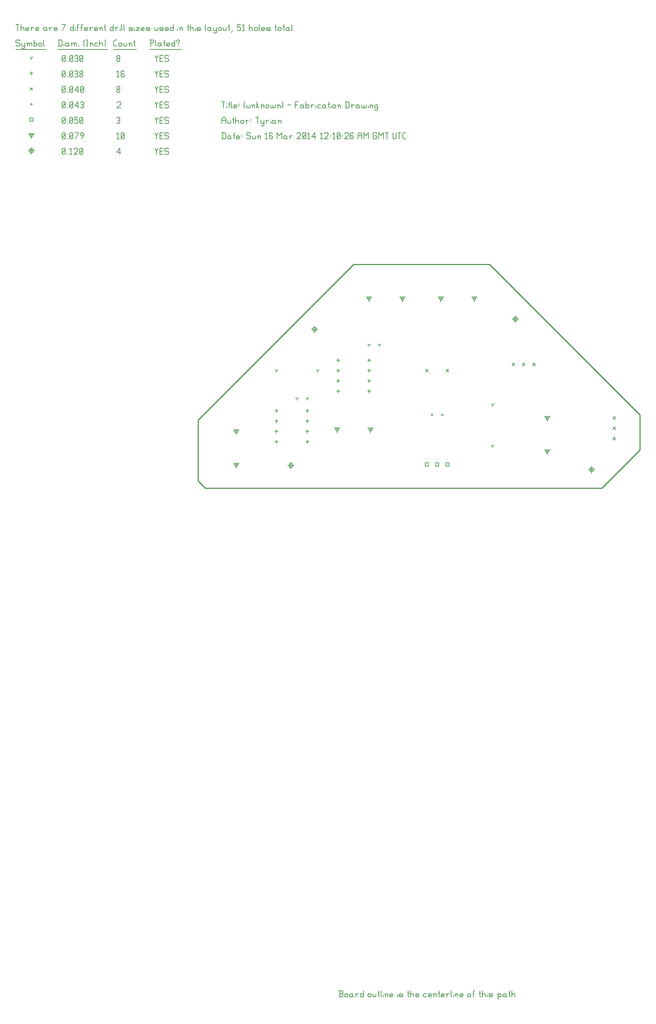
<source format=gbr>
G04 start of page 9 for group -3984 idx -3984 *
G04 Title: (unknown), fab *
G04 Creator: pcb 20110918 *
G04 CreationDate: Sun 16 Mar 2014 12:10:26 AM GMT UTC *
G04 For: tyrian *
G04 Format: Gerber/RS-274X *
G04 PCB-Dimensions: 800000 800000 *
G04 PCB-Coordinate-Origin: lower left *
%MOIN*%
%FSLAX25Y25*%
%LNFAB*%
%ADD68C,0.0100*%
%ADD67C,0.0075*%
%ADD66C,0.0060*%
%ADD65C,0.0080*%
G54D65*X559000Y505200D02*Y498800D01*
X555800Y502000D02*X562200D01*
X557400Y503600D02*X560600D01*
X557400D02*Y500400D01*
X560600D01*
Y503600D02*Y500400D01*
X267000Y509200D02*Y502800D01*
X263800Y506000D02*X270200D01*
X265400Y507600D02*X268600D01*
X265400D02*Y504400D01*
X268600D01*
Y507600D02*Y504400D01*
X485000Y651200D02*Y644800D01*
X481800Y648000D02*X488200D01*
X483400Y649600D02*X486600D01*
X483400D02*Y646400D01*
X486600D01*
Y649600D02*Y646400D01*
X290000Y641200D02*Y634800D01*
X286800Y638000D02*X293200D01*
X288400Y639600D02*X291600D01*
X288400D02*Y636400D01*
X291600D01*
Y639600D02*Y636400D01*
X15000Y814450D02*Y808050D01*
X11800Y811250D02*X18200D01*
X13400Y812850D02*X16600D01*
X13400D02*Y809650D01*
X16600D01*
Y812850D02*Y809650D01*
G54D66*X135000Y813500D02*X136500Y810500D01*
X138000Y813500D01*
X136500Y810500D02*Y807500D01*
X139800Y810800D02*X142050D01*
X139800Y807500D02*X142800D01*
X139800Y813500D02*Y807500D01*
Y813500D02*X142800D01*
X147600D02*X148350Y812750D01*
X145350Y813500D02*X147600D01*
X144600Y812750D02*X145350Y813500D01*
X144600Y812750D02*Y811250D01*
X145350Y810500D01*
X147600D01*
X148350Y809750D01*
Y808250D01*
X147600Y807500D02*X148350Y808250D01*
X145350Y807500D02*X147600D01*
X144600Y808250D02*X145350Y807500D01*
X98000Y809750D02*X101000Y813500D01*
X98000Y809750D02*X101750D01*
X101000Y813500D02*Y807500D01*
X45000Y808250D02*X45750Y807500D01*
X45000Y812750D02*Y808250D01*
Y812750D02*X45750Y813500D01*
X47250D01*
X48000Y812750D01*
Y808250D01*
X47250Y807500D02*X48000Y808250D01*
X45750Y807500D02*X47250D01*
X45000Y809000D02*X48000Y812000D01*
X49800Y807500D02*X50550D01*
X52350Y812300D02*X53550Y813500D01*
Y807500D01*
X52350D02*X54600D01*
X56400Y812750D02*X57150Y813500D01*
X59400D01*
X60150Y812750D01*
Y811250D01*
X56400Y807500D02*X60150Y811250D01*
X56400Y807500D02*X60150D01*
X61950Y808250D02*X62700Y807500D01*
X61950Y812750D02*Y808250D01*
Y812750D02*X62700Y813500D01*
X64200D01*
X64950Y812750D01*
Y808250D01*
X64200Y807500D02*X64950Y808250D01*
X62700Y807500D02*X64200D01*
X61950Y809000D02*X64950Y812000D01*
X342858Y668000D02*Y664800D01*
Y668000D02*X345631Y669600D01*
X342858Y668000D02*X340085Y669600D01*
X341258Y668000D02*G75*G03X344458Y668000I1600J0D01*G01*
G75*G03X341258Y668000I-1600J0D01*G01*
X375339D02*Y664800D01*
Y668000D02*X378112Y669600D01*
X375339Y668000D02*X372566Y669600D01*
X373739Y668000D02*G75*G03X376939Y668000I1600J0D01*G01*
G75*G03X373739Y668000I-1600J0D01*G01*
X516000Y552142D02*Y548942D01*
Y552142D02*X518773Y553742D01*
X516000Y552142D02*X513227Y553742D01*
X514400Y552142D02*G75*G03X517600Y552142I1600J0D01*G01*
G75*G03X514400Y552142I-1600J0D01*G01*
X516000Y519661D02*Y516461D01*
Y519661D02*X518773Y521261D01*
X516000Y519661D02*X513227Y521261D01*
X514400Y519661D02*G75*G03X517600Y519661I1600J0D01*G01*
G75*G03X514400Y519661I-1600J0D01*G01*
X311858Y541000D02*Y537800D01*
Y541000D02*X314631Y542600D01*
X311858Y541000D02*X309085Y542600D01*
X310258Y541000D02*G75*G03X313458Y541000I1600J0D01*G01*
G75*G03X310258Y541000I-1600J0D01*G01*
X344339D02*Y537800D01*
Y541000D02*X347112Y542600D01*
X344339Y541000D02*X341566Y542600D01*
X342739Y541000D02*G75*G03X345939Y541000I1600J0D01*G01*
G75*G03X342739Y541000I-1600J0D01*G01*
X214000Y539142D02*Y535942D01*
Y539142D02*X216773Y540742D01*
X214000Y539142D02*X211227Y540742D01*
X212400Y539142D02*G75*G03X215600Y539142I1600J0D01*G01*
G75*G03X212400Y539142I-1600J0D01*G01*
X214000Y506661D02*Y503461D01*
Y506661D02*X216773Y508261D01*
X214000Y506661D02*X211227Y508261D01*
X212400Y506661D02*G75*G03X215600Y506661I1600J0D01*G01*
G75*G03X212400Y506661I-1600J0D01*G01*
X445142Y668000D02*Y664800D01*
Y668000D02*X447915Y669600D01*
X445142Y668000D02*X442369Y669600D01*
X443542Y668000D02*G75*G03X446742Y668000I1600J0D01*G01*
G75*G03X443542Y668000I-1600J0D01*G01*
X412661D02*Y664800D01*
Y668000D02*X415434Y669600D01*
X412661Y668000D02*X409888Y669600D01*
X411061Y668000D02*G75*G03X414261Y668000I1600J0D01*G01*
G75*G03X411061Y668000I-1600J0D01*G01*
X15000Y826250D02*Y823050D01*
Y826250D02*X17773Y827850D01*
X15000Y826250D02*X12227Y827850D01*
X13400Y826250D02*G75*G03X16600Y826250I1600J0D01*G01*
G75*G03X13400Y826250I-1600J0D01*G01*
X135000Y828500D02*X136500Y825500D01*
X138000Y828500D01*
X136500Y825500D02*Y822500D01*
X139800Y825800D02*X142050D01*
X139800Y822500D02*X142800D01*
X139800Y828500D02*Y822500D01*
Y828500D02*X142800D01*
X147600D02*X148350Y827750D01*
X145350Y828500D02*X147600D01*
X144600Y827750D02*X145350Y828500D01*
X144600Y827750D02*Y826250D01*
X145350Y825500D01*
X147600D01*
X148350Y824750D01*
Y823250D01*
X147600Y822500D02*X148350Y823250D01*
X145350Y822500D02*X147600D01*
X144600Y823250D02*X145350Y822500D01*
X98000Y827300D02*X99200Y828500D01*
Y822500D01*
X98000D02*X100250D01*
X102050Y823250D02*X102800Y822500D01*
X102050Y827750D02*Y823250D01*
Y827750D02*X102800Y828500D01*
X104300D01*
X105050Y827750D01*
Y823250D01*
X104300Y822500D02*X105050Y823250D01*
X102800Y822500D02*X104300D01*
X102050Y824000D02*X105050Y827000D01*
X45000Y823250D02*X45750Y822500D01*
X45000Y827750D02*Y823250D01*
Y827750D02*X45750Y828500D01*
X47250D01*
X48000Y827750D01*
Y823250D01*
X47250Y822500D02*X48000Y823250D01*
X45750Y822500D02*X47250D01*
X45000Y824000D02*X48000Y827000D01*
X49800Y822500D02*X50550D01*
X52350Y823250D02*X53100Y822500D01*
X52350Y827750D02*Y823250D01*
Y827750D02*X53100Y828500D01*
X54600D01*
X55350Y827750D01*
Y823250D01*
X54600Y822500D02*X55350Y823250D01*
X53100Y822500D02*X54600D01*
X52350Y824000D02*X55350Y827000D01*
X57900Y822500D02*X60900Y828500D01*
X57150D02*X60900D01*
X63450Y822500D02*X65700Y825500D01*
Y827750D02*Y825500D01*
X64950Y828500D02*X65700Y827750D01*
X63450Y828500D02*X64950D01*
X62700Y827750D02*X63450Y828500D01*
X62700Y827750D02*Y826250D01*
X63450Y825500D01*
X65700D01*
X397400Y508600D02*X400600D01*
X397400D02*Y505400D01*
X400600D01*
Y508600D02*Y505400D01*
X407400Y508600D02*X410600D01*
X407400D02*Y505400D01*
X410600D01*
Y508600D02*Y505400D01*
X417400Y508600D02*X420600D01*
X417400D02*Y505400D01*
X420600D01*
Y508600D02*Y505400D01*
X13400Y842850D02*X16600D01*
X13400D02*Y839650D01*
X16600D01*
Y842850D02*Y839650D01*
X135000Y843500D02*X136500Y840500D01*
X138000Y843500D01*
X136500Y840500D02*Y837500D01*
X139800Y840800D02*X142050D01*
X139800Y837500D02*X142800D01*
X139800Y843500D02*Y837500D01*
Y843500D02*X142800D01*
X147600D02*X148350Y842750D01*
X145350Y843500D02*X147600D01*
X144600Y842750D02*X145350Y843500D01*
X144600Y842750D02*Y841250D01*
X145350Y840500D01*
X147600D01*
X148350Y839750D01*
Y838250D01*
X147600Y837500D02*X148350Y838250D01*
X145350Y837500D02*X147600D01*
X144600Y838250D02*X145350Y837500D01*
X98000Y842750D02*X98750Y843500D01*
X100250D01*
X101000Y842750D01*
X100250Y837500D02*X101000Y838250D01*
X98750Y837500D02*X100250D01*
X98000Y838250D02*X98750Y837500D01*
Y840800D02*X100250D01*
X101000Y842750D02*Y841550D01*
Y840050D02*Y838250D01*
Y840050D02*X100250Y840800D01*
X101000Y841550D02*X100250Y840800D01*
X45000Y838250D02*X45750Y837500D01*
X45000Y842750D02*Y838250D01*
Y842750D02*X45750Y843500D01*
X47250D01*
X48000Y842750D01*
Y838250D01*
X47250Y837500D02*X48000Y838250D01*
X45750Y837500D02*X47250D01*
X45000Y839000D02*X48000Y842000D01*
X49800Y837500D02*X50550D01*
X52350Y838250D02*X53100Y837500D01*
X52350Y842750D02*Y838250D01*
Y842750D02*X53100Y843500D01*
X54600D01*
X55350Y842750D01*
Y838250D01*
X54600Y837500D02*X55350Y838250D01*
X53100Y837500D02*X54600D01*
X52350Y839000D02*X55350Y842000D01*
X57150Y843500D02*X60150D01*
X57150D02*Y840500D01*
X57900Y841250D01*
X59400D01*
X60150Y840500D01*
Y838250D01*
X59400Y837500D02*X60150Y838250D01*
X57900Y837500D02*X59400D01*
X57150Y838250D02*X57900Y837500D01*
X61950Y838250D02*X62700Y837500D01*
X61950Y842750D02*Y838250D01*
Y842750D02*X62700Y843500D01*
X64200D01*
X64950Y842750D01*
Y838250D01*
X64200Y837500D02*X64950Y838250D01*
X62700Y837500D02*X64200D01*
X61950Y839000D02*X64950Y842000D01*
X413200Y555000D02*G75*G03X414800Y555000I800J0D01*G01*
G75*G03X413200Y555000I-800J0D01*G01*
X403200D02*G75*G03X404800Y555000I800J0D01*G01*
G75*G03X403200Y555000I-800J0D01*G01*
X14200Y856250D02*G75*G03X15800Y856250I800J0D01*G01*
G75*G03X14200Y856250I-800J0D01*G01*
X135000Y858500D02*X136500Y855500D01*
X138000Y858500D01*
X136500Y855500D02*Y852500D01*
X139800Y855800D02*X142050D01*
X139800Y852500D02*X142800D01*
X139800Y858500D02*Y852500D01*
Y858500D02*X142800D01*
X147600D02*X148350Y857750D01*
X145350Y858500D02*X147600D01*
X144600Y857750D02*X145350Y858500D01*
X144600Y857750D02*Y856250D01*
X145350Y855500D01*
X147600D01*
X148350Y854750D01*
Y853250D01*
X147600Y852500D02*X148350Y853250D01*
X145350Y852500D02*X147600D01*
X144600Y853250D02*X145350Y852500D01*
X98000Y857750D02*X98750Y858500D01*
X101000D01*
X101750Y857750D01*
Y856250D01*
X98000Y852500D02*X101750Y856250D01*
X98000Y852500D02*X101750D01*
X45000Y853250D02*X45750Y852500D01*
X45000Y857750D02*Y853250D01*
Y857750D02*X45750Y858500D01*
X47250D01*
X48000Y857750D01*
Y853250D01*
X47250Y852500D02*X48000Y853250D01*
X45750Y852500D02*X47250D01*
X45000Y854000D02*X48000Y857000D01*
X49800Y852500D02*X50550D01*
X52350Y853250D02*X53100Y852500D01*
X52350Y857750D02*Y853250D01*
Y857750D02*X53100Y858500D01*
X54600D01*
X55350Y857750D01*
Y853250D01*
X54600Y852500D02*X55350Y853250D01*
X53100Y852500D02*X54600D01*
X52350Y854000D02*X55350Y857000D01*
X57150Y854750D02*X60150Y858500D01*
X57150Y854750D02*X60900D01*
X60150Y858500D02*Y852500D01*
X62700Y857750D02*X63450Y858500D01*
X64950D01*
X65700Y857750D01*
X64950Y852500D02*X65700Y853250D01*
X63450Y852500D02*X64950D01*
X62700Y853250D02*X63450Y852500D01*
Y855800D02*X64950D01*
X65700Y857750D02*Y856550D01*
Y855050D02*Y853250D01*
Y855050D02*X64950Y855800D01*
X65700Y856550D02*X64950Y855800D01*
X501800Y605200D02*X504200Y602800D01*
X501800D02*X504200Y605200D01*
X491800D02*X494200Y602800D01*
X491800D02*X494200Y605200D01*
X481800D02*X484200Y602800D01*
X481800D02*X484200Y605200D01*
X579800Y533200D02*X582200Y530800D01*
X579800D02*X582200Y533200D01*
X579800Y543200D02*X582200Y540800D01*
X579800D02*X582200Y543200D01*
X579800Y553200D02*X582200Y550800D01*
X579800D02*X582200Y553200D01*
X417800Y599200D02*X420200Y596800D01*
X417800D02*X420200Y599200D01*
X397800D02*X400200Y596800D01*
X397800D02*X400200Y599200D01*
X13800Y872450D02*X16200Y870050D01*
X13800D02*X16200Y872450D01*
X135000Y873500D02*X136500Y870500D01*
X138000Y873500D01*
X136500Y870500D02*Y867500D01*
X139800Y870800D02*X142050D01*
X139800Y867500D02*X142800D01*
X139800Y873500D02*Y867500D01*
Y873500D02*X142800D01*
X147600D02*X148350Y872750D01*
X145350Y873500D02*X147600D01*
X144600Y872750D02*X145350Y873500D01*
X144600Y872750D02*Y871250D01*
X145350Y870500D01*
X147600D01*
X148350Y869750D01*
Y868250D01*
X147600Y867500D02*X148350Y868250D01*
X145350Y867500D02*X147600D01*
X144600Y868250D02*X145350Y867500D01*
X98000Y868250D02*X98750Y867500D01*
X98000Y869450D02*Y868250D01*
Y869450D02*X99050Y870500D01*
X99950D01*
X101000Y869450D01*
Y868250D01*
X100250Y867500D02*X101000Y868250D01*
X98750Y867500D02*X100250D01*
X98000Y871550D02*X99050Y870500D01*
X98000Y872750D02*Y871550D01*
Y872750D02*X98750Y873500D01*
X100250D01*
X101000Y872750D01*
Y871550D01*
X99950Y870500D02*X101000Y871550D01*
X45000Y868250D02*X45750Y867500D01*
X45000Y872750D02*Y868250D01*
Y872750D02*X45750Y873500D01*
X47250D01*
X48000Y872750D01*
Y868250D01*
X47250Y867500D02*X48000Y868250D01*
X45750Y867500D02*X47250D01*
X45000Y869000D02*X48000Y872000D01*
X49800Y867500D02*X50550D01*
X52350Y868250D02*X53100Y867500D01*
X52350Y872750D02*Y868250D01*
Y872750D02*X53100Y873500D01*
X54600D01*
X55350Y872750D01*
Y868250D01*
X54600Y867500D02*X55350Y868250D01*
X53100Y867500D02*X54600D01*
X52350Y869000D02*X55350Y872000D01*
X57150Y869750D02*X60150Y873500D01*
X57150Y869750D02*X60900D01*
X60150Y873500D02*Y867500D01*
X62700Y868250D02*X63450Y867500D01*
X62700Y872750D02*Y868250D01*
Y872750D02*X63450Y873500D01*
X64950D01*
X65700Y872750D01*
Y868250D01*
X64950Y867500D02*X65700Y868250D01*
X63450Y867500D02*X64950D01*
X62700Y869000D02*X65700Y872000D01*
X313000Y609600D02*Y606400D01*
X311400Y608000D02*X314600D01*
X313000Y599600D02*Y596400D01*
X311400Y598000D02*X314600D01*
X313000Y589600D02*Y586400D01*
X311400Y588000D02*X314600D01*
X313000Y579600D02*Y576400D01*
X311400Y578000D02*X314600D01*
X343000Y579600D02*Y576400D01*
X341400Y578000D02*X344600D01*
X343000Y589600D02*Y586400D01*
X341400Y588000D02*X344600D01*
X343000Y599600D02*Y596400D01*
X341400Y598000D02*X344600D01*
X343000Y609600D02*Y606400D01*
X341400Y608000D02*X344600D01*
X253000Y560600D02*Y557400D01*
X251400Y559000D02*X254600D01*
X253000Y550600D02*Y547400D01*
X251400Y549000D02*X254600D01*
X253000Y540600D02*Y537400D01*
X251400Y539000D02*X254600D01*
X253000Y530600D02*Y527400D01*
X251400Y529000D02*X254600D01*
X283000Y530600D02*Y527400D01*
X281400Y529000D02*X284600D01*
X283000Y540600D02*Y537400D01*
X281400Y539000D02*X284600D01*
X283000Y550600D02*Y547400D01*
X281400Y549000D02*X284600D01*
X283000Y560600D02*Y557400D01*
X281400Y559000D02*X284600D01*
X15000Y887850D02*Y884650D01*
X13400Y886250D02*X16600D01*
X135000Y888500D02*X136500Y885500D01*
X138000Y888500D01*
X136500Y885500D02*Y882500D01*
X139800Y885800D02*X142050D01*
X139800Y882500D02*X142800D01*
X139800Y888500D02*Y882500D01*
Y888500D02*X142800D01*
X147600D02*X148350Y887750D01*
X145350Y888500D02*X147600D01*
X144600Y887750D02*X145350Y888500D01*
X144600Y887750D02*Y886250D01*
X145350Y885500D01*
X147600D01*
X148350Y884750D01*
Y883250D01*
X147600Y882500D02*X148350Y883250D01*
X145350Y882500D02*X147600D01*
X144600Y883250D02*X145350Y882500D01*
X98000Y887300D02*X99200Y888500D01*
Y882500D01*
X98000D02*X100250D01*
X104300Y888500D02*X105050Y887750D01*
X102800Y888500D02*X104300D01*
X102050Y887750D02*X102800Y888500D01*
X102050Y887750D02*Y883250D01*
X102800Y882500D01*
X104300Y885800D02*X105050Y885050D01*
X102050Y885800D02*X104300D01*
X102800Y882500D02*X104300D01*
X105050Y883250D01*
Y885050D02*Y883250D01*
X45000D02*X45750Y882500D01*
X45000Y887750D02*Y883250D01*
Y887750D02*X45750Y888500D01*
X47250D01*
X48000Y887750D01*
Y883250D01*
X47250Y882500D02*X48000Y883250D01*
X45750Y882500D02*X47250D01*
X45000Y884000D02*X48000Y887000D01*
X49800Y882500D02*X50550D01*
X52350Y883250D02*X53100Y882500D01*
X52350Y887750D02*Y883250D01*
Y887750D02*X53100Y888500D01*
X54600D01*
X55350Y887750D01*
Y883250D01*
X54600Y882500D02*X55350Y883250D01*
X53100Y882500D02*X54600D01*
X52350Y884000D02*X55350Y887000D01*
X57150Y887750D02*X57900Y888500D01*
X59400D01*
X60150Y887750D01*
X59400Y882500D02*X60150Y883250D01*
X57900Y882500D02*X59400D01*
X57150Y883250D02*X57900Y882500D01*
Y885800D02*X59400D01*
X60150Y887750D02*Y886550D01*
Y885050D02*Y883250D01*
Y885050D02*X59400Y885800D01*
X60150Y886550D02*X59400Y885800D01*
X61950Y883250D02*X62700Y882500D01*
X61950Y884450D02*Y883250D01*
Y884450D02*X63000Y885500D01*
X63900D01*
X64950Y884450D01*
Y883250D01*
X64200Y882500D02*X64950Y883250D01*
X62700Y882500D02*X64200D01*
X61950Y886550D02*X63000Y885500D01*
X61950Y887750D02*Y886550D01*
Y887750D02*X62700Y888500D01*
X64200D01*
X64950Y887750D01*
Y886550D01*
X63900Y885500D02*X64950Y886550D01*
X353000Y623000D02*Y621400D01*
Y623000D02*X354387Y623800D01*
X353000Y623000D02*X351613Y623800D01*
X343000Y623000D02*Y621400D01*
Y623000D02*X344387Y623800D01*
X343000Y623000D02*X341613Y623800D01*
X283000Y571000D02*Y569400D01*
Y571000D02*X284387Y571800D01*
X283000Y571000D02*X281613Y571800D01*
X273000Y571000D02*Y569400D01*
Y571000D02*X274387Y571800D01*
X273000Y571000D02*X271613Y571800D01*
X463000Y565000D02*Y563400D01*
Y565000D02*X464387Y565800D01*
X463000Y565000D02*X461613Y565800D01*
X463000Y525000D02*Y523400D01*
Y525000D02*X464387Y525800D01*
X463000Y525000D02*X461613Y525800D01*
X253000Y598000D02*Y596400D01*
Y598000D02*X254387Y598800D01*
X253000Y598000D02*X251613Y598800D01*
X293000Y598000D02*Y596400D01*
Y598000D02*X294387Y598800D01*
X293000Y598000D02*X291613Y598800D01*
X15000Y901250D02*Y899650D01*
Y901250D02*X16387Y902050D01*
X15000Y901250D02*X13613Y902050D01*
X135000Y903500D02*X136500Y900500D01*
X138000Y903500D01*
X136500Y900500D02*Y897500D01*
X139800Y900800D02*X142050D01*
X139800Y897500D02*X142800D01*
X139800Y903500D02*Y897500D01*
Y903500D02*X142800D01*
X147600D02*X148350Y902750D01*
X145350Y903500D02*X147600D01*
X144600Y902750D02*X145350Y903500D01*
X144600Y902750D02*Y901250D01*
X145350Y900500D01*
X147600D01*
X148350Y899750D01*
Y898250D01*
X147600Y897500D02*X148350Y898250D01*
X145350Y897500D02*X147600D01*
X144600Y898250D02*X145350Y897500D01*
X98000Y898250D02*X98750Y897500D01*
X98000Y899450D02*Y898250D01*
Y899450D02*X99050Y900500D01*
X99950D01*
X101000Y899450D01*
Y898250D01*
X100250Y897500D02*X101000Y898250D01*
X98750Y897500D02*X100250D01*
X98000Y901550D02*X99050Y900500D01*
X98000Y902750D02*Y901550D01*
Y902750D02*X98750Y903500D01*
X100250D01*
X101000Y902750D01*
Y901550D01*
X99950Y900500D02*X101000Y901550D01*
X45000Y898250D02*X45750Y897500D01*
X45000Y902750D02*Y898250D01*
Y902750D02*X45750Y903500D01*
X47250D01*
X48000Y902750D01*
Y898250D01*
X47250Y897500D02*X48000Y898250D01*
X45750Y897500D02*X47250D01*
X45000Y899000D02*X48000Y902000D01*
X49800Y897500D02*X50550D01*
X52350Y898250D02*X53100Y897500D01*
X52350Y902750D02*Y898250D01*
Y902750D02*X53100Y903500D01*
X54600D01*
X55350Y902750D01*
Y898250D01*
X54600Y897500D02*X55350Y898250D01*
X53100Y897500D02*X54600D01*
X52350Y899000D02*X55350Y902000D01*
X57150Y902750D02*X57900Y903500D01*
X59400D01*
X60150Y902750D01*
X59400Y897500D02*X60150Y898250D01*
X57900Y897500D02*X59400D01*
X57150Y898250D02*X57900Y897500D01*
Y900800D02*X59400D01*
X60150Y902750D02*Y901550D01*
Y900050D02*Y898250D01*
Y900050D02*X59400Y900800D01*
X60150Y901550D02*X59400Y900800D01*
X61950Y898250D02*X62700Y897500D01*
X61950Y902750D02*Y898250D01*
Y902750D02*X62700Y903500D01*
X64200D01*
X64950Y902750D01*
Y898250D01*
X64200Y897500D02*X64950Y898250D01*
X62700Y897500D02*X64200D01*
X61950Y899000D02*X64950Y902000D01*
X3000Y918500D02*X3750Y917750D01*
X750Y918500D02*X3000D01*
X0Y917750D02*X750Y918500D01*
X0Y917750D02*Y916250D01*
X750Y915500D01*
X3000D01*
X3750Y914750D01*
Y913250D01*
X3000Y912500D02*X3750Y913250D01*
X750Y912500D02*X3000D01*
X0Y913250D02*X750Y912500D01*
X5550Y915500D02*Y913250D01*
X6300Y912500D01*
X8550Y915500D02*Y911000D01*
X7800Y910250D02*X8550Y911000D01*
X6300Y910250D02*X7800D01*
X5550Y911000D02*X6300Y910250D01*
Y912500D02*X7800D01*
X8550Y913250D01*
X11100Y914750D02*Y912500D01*
Y914750D02*X11850Y915500D01*
X12600D01*
X13350Y914750D01*
Y912500D01*
Y914750D02*X14100Y915500D01*
X14850D01*
X15600Y914750D01*
Y912500D01*
X10350Y915500D02*X11100Y914750D01*
X17400Y918500D02*Y912500D01*
Y913250D02*X18150Y912500D01*
X19650D01*
X20400Y913250D01*
Y914750D02*Y913250D01*
X19650Y915500D02*X20400Y914750D01*
X18150Y915500D02*X19650D01*
X17400Y914750D02*X18150Y915500D01*
X22200Y914750D02*Y913250D01*
Y914750D02*X22950Y915500D01*
X24450D01*
X25200Y914750D01*
Y913250D01*
X24450Y912500D02*X25200Y913250D01*
X22950Y912500D02*X24450D01*
X22200Y913250D02*X22950Y912500D01*
X27000Y918500D02*Y913250D01*
X27750Y912500D01*
X0Y909250D02*X29250D01*
X41750Y918500D02*Y912500D01*
X43700Y918500D02*X44750Y917450D01*
Y913550D01*
X43700Y912500D02*X44750Y913550D01*
X41000Y912500D02*X43700D01*
X41000Y918500D02*X43700D01*
G54D67*X46550Y917000D02*Y916850D01*
G54D66*Y914750D02*Y912500D01*
X50300Y915500D02*X51050Y914750D01*
X48800Y915500D02*X50300D01*
X48050Y914750D02*X48800Y915500D01*
X48050Y914750D02*Y913250D01*
X48800Y912500D01*
X51050Y915500D02*Y913250D01*
X51800Y912500D01*
X48800D02*X50300D01*
X51050Y913250D01*
X54350Y914750D02*Y912500D01*
Y914750D02*X55100Y915500D01*
X55850D01*
X56600Y914750D01*
Y912500D01*
Y914750D02*X57350Y915500D01*
X58100D01*
X58850Y914750D01*
Y912500D01*
X53600Y915500D02*X54350Y914750D01*
X60650Y912500D02*X61400D01*
X65900Y913250D02*X66650Y912500D01*
X65900Y917750D02*X66650Y918500D01*
X65900Y917750D02*Y913250D01*
X68450Y918500D02*X69950D01*
X69200D02*Y912500D01*
X68450D02*X69950D01*
X72500Y914750D02*Y912500D01*
Y914750D02*X73250Y915500D01*
X74000D01*
X74750Y914750D01*
Y912500D01*
X71750Y915500D02*X72500Y914750D01*
X77300Y915500D02*X79550D01*
X76550Y914750D02*X77300Y915500D01*
X76550Y914750D02*Y913250D01*
X77300Y912500D01*
X79550D01*
X81350Y918500D02*Y912500D01*
Y914750D02*X82100Y915500D01*
X83600D01*
X84350Y914750D01*
Y912500D01*
X86150Y918500D02*X86900Y917750D01*
Y913250D01*
X86150Y912500D02*X86900Y913250D01*
X41000Y909250D02*X88700D01*
X96050Y912500D02*X98000D01*
X95000Y913550D02*X96050Y912500D01*
X95000Y917450D02*Y913550D01*
Y917450D02*X96050Y918500D01*
X98000D01*
X99800Y914750D02*Y913250D01*
Y914750D02*X100550Y915500D01*
X102050D01*
X102800Y914750D01*
Y913250D01*
X102050Y912500D02*X102800Y913250D01*
X100550Y912500D02*X102050D01*
X99800Y913250D02*X100550Y912500D01*
X104600Y915500D02*Y913250D01*
X105350Y912500D01*
X106850D01*
X107600Y913250D01*
Y915500D02*Y913250D01*
X110150Y914750D02*Y912500D01*
Y914750D02*X110900Y915500D01*
X111650D01*
X112400Y914750D01*
Y912500D01*
X109400Y915500D02*X110150Y914750D01*
X114950Y918500D02*Y913250D01*
X115700Y912500D01*
X114200Y916250D02*X115700D01*
X95000Y909250D02*X117200D01*
X130750Y918500D02*Y912500D01*
X130000Y918500D02*X133000D01*
X133750Y917750D01*
Y916250D01*
X133000Y915500D02*X133750Y916250D01*
X130750Y915500D02*X133000D01*
X135550Y918500D02*Y913250D01*
X136300Y912500D01*
X140050Y915500D02*X140800Y914750D01*
X138550Y915500D02*X140050D01*
X137800Y914750D02*X138550Y915500D01*
X137800Y914750D02*Y913250D01*
X138550Y912500D01*
X140800Y915500D02*Y913250D01*
X141550Y912500D01*
X138550D02*X140050D01*
X140800Y913250D01*
X144100Y918500D02*Y913250D01*
X144850Y912500D01*
X143350Y916250D02*X144850D01*
X147100Y912500D02*X149350D01*
X146350Y913250D02*X147100Y912500D01*
X146350Y914750D02*Y913250D01*
Y914750D02*X147100Y915500D01*
X148600D01*
X149350Y914750D01*
X146350Y914000D02*X149350D01*
Y914750D02*Y914000D01*
X154150Y918500D02*Y912500D01*
X153400D02*X154150Y913250D01*
X151900Y912500D02*X153400D01*
X151150Y913250D02*X151900Y912500D01*
X151150Y914750D02*Y913250D01*
Y914750D02*X151900Y915500D01*
X153400D01*
X154150Y914750D01*
X157450Y915500D02*Y914750D01*
Y913250D02*Y912500D01*
X155950Y917750D02*Y917000D01*
Y917750D02*X156700Y918500D01*
X158200D01*
X158950Y917750D01*
Y917000D01*
X157450Y915500D02*X158950Y917000D01*
X130000Y909250D02*X160750D01*
X0Y933500D02*X3000D01*
X1500D02*Y927500D01*
X4800Y933500D02*Y927500D01*
Y929750D02*X5550Y930500D01*
X7050D01*
X7800Y929750D01*
Y927500D01*
X10350D02*X12600D01*
X9600Y928250D02*X10350Y927500D01*
X9600Y929750D02*Y928250D01*
Y929750D02*X10350Y930500D01*
X11850D01*
X12600Y929750D01*
X9600Y929000D02*X12600D01*
Y929750D02*Y929000D01*
X15150Y929750D02*Y927500D01*
Y929750D02*X15900Y930500D01*
X17400D01*
X14400D02*X15150Y929750D01*
X19950Y927500D02*X22200D01*
X19200Y928250D02*X19950Y927500D01*
X19200Y929750D02*Y928250D01*
Y929750D02*X19950Y930500D01*
X21450D01*
X22200Y929750D01*
X19200Y929000D02*X22200D01*
Y929750D02*Y929000D01*
X28950Y930500D02*X29700Y929750D01*
X27450Y930500D02*X28950D01*
X26700Y929750D02*X27450Y930500D01*
X26700Y929750D02*Y928250D01*
X27450Y927500D01*
X29700Y930500D02*Y928250D01*
X30450Y927500D01*
X27450D02*X28950D01*
X29700Y928250D01*
X33000Y929750D02*Y927500D01*
Y929750D02*X33750Y930500D01*
X35250D01*
X32250D02*X33000Y929750D01*
X37800Y927500D02*X40050D01*
X37050Y928250D02*X37800Y927500D01*
X37050Y929750D02*Y928250D01*
Y929750D02*X37800Y930500D01*
X39300D01*
X40050Y929750D01*
X37050Y929000D02*X40050D01*
Y929750D02*Y929000D01*
X45300Y927500D02*X48300Y933500D01*
X44550D02*X48300D01*
X55800D02*Y927500D01*
X55050D02*X55800Y928250D01*
X53550Y927500D02*X55050D01*
X52800Y928250D02*X53550Y927500D01*
X52800Y929750D02*Y928250D01*
Y929750D02*X53550Y930500D01*
X55050D01*
X55800Y929750D01*
G54D67*X57600Y932000D02*Y931850D01*
G54D66*Y929750D02*Y927500D01*
X59850Y932750D02*Y927500D01*
Y932750D02*X60600Y933500D01*
X61350D01*
X59100Y930500D02*X60600D01*
X63600Y932750D02*Y927500D01*
Y932750D02*X64350Y933500D01*
X65100D01*
X62850Y930500D02*X64350D01*
X67350Y927500D02*X69600D01*
X66600Y928250D02*X67350Y927500D01*
X66600Y929750D02*Y928250D01*
Y929750D02*X67350Y930500D01*
X68850D01*
X69600Y929750D01*
X66600Y929000D02*X69600D01*
Y929750D02*Y929000D01*
X72150Y929750D02*Y927500D01*
Y929750D02*X72900Y930500D01*
X74400D01*
X71400D02*X72150Y929750D01*
X76950Y927500D02*X79200D01*
X76200Y928250D02*X76950Y927500D01*
X76200Y929750D02*Y928250D01*
Y929750D02*X76950Y930500D01*
X78450D01*
X79200Y929750D01*
X76200Y929000D02*X79200D01*
Y929750D02*Y929000D01*
X81750Y929750D02*Y927500D01*
Y929750D02*X82500Y930500D01*
X83250D01*
X84000Y929750D01*
Y927500D01*
X81000Y930500D02*X81750Y929750D01*
X86550Y933500D02*Y928250D01*
X87300Y927500D01*
X85800Y931250D02*X87300D01*
X94500Y933500D02*Y927500D01*
X93750D02*X94500Y928250D01*
X92250Y927500D02*X93750D01*
X91500Y928250D02*X92250Y927500D01*
X91500Y929750D02*Y928250D01*
Y929750D02*X92250Y930500D01*
X93750D01*
X94500Y929750D01*
X97050D02*Y927500D01*
Y929750D02*X97800Y930500D01*
X99300D01*
X96300D02*X97050Y929750D01*
G54D67*X101100Y932000D02*Y931850D01*
G54D66*Y929750D02*Y927500D01*
X102600Y933500D02*Y928250D01*
X103350Y927500D01*
X104850Y933500D02*Y928250D01*
X105600Y927500D01*
X110550D02*X112800D01*
X113550Y928250D01*
X112800Y929000D02*X113550Y928250D01*
X110550Y929000D02*X112800D01*
X109800Y929750D02*X110550Y929000D01*
X109800Y929750D02*X110550Y930500D01*
X112800D01*
X113550Y929750D01*
X109800Y928250D02*X110550Y927500D01*
G54D67*X115350Y932000D02*Y931850D01*
G54D66*Y929750D02*Y927500D01*
X116850Y930500D02*X119850D01*
X116850Y927500D02*X119850Y930500D01*
X116850Y927500D02*X119850D01*
X122400D02*X124650D01*
X121650Y928250D02*X122400Y927500D01*
X121650Y929750D02*Y928250D01*
Y929750D02*X122400Y930500D01*
X123900D01*
X124650Y929750D01*
X121650Y929000D02*X124650D01*
Y929750D02*Y929000D01*
X127200Y927500D02*X129450D01*
X130200Y928250D01*
X129450Y929000D02*X130200Y928250D01*
X127200Y929000D02*X129450D01*
X126450Y929750D02*X127200Y929000D01*
X126450Y929750D02*X127200Y930500D01*
X129450D01*
X130200Y929750D01*
X126450Y928250D02*X127200Y927500D01*
X134700Y930500D02*Y928250D01*
X135450Y927500D01*
X136950D01*
X137700Y928250D01*
Y930500D02*Y928250D01*
X140250Y927500D02*X142500D01*
X143250Y928250D01*
X142500Y929000D02*X143250Y928250D01*
X140250Y929000D02*X142500D01*
X139500Y929750D02*X140250Y929000D01*
X139500Y929750D02*X140250Y930500D01*
X142500D01*
X143250Y929750D01*
X139500Y928250D02*X140250Y927500D01*
X145800D02*X148050D01*
X145050Y928250D02*X145800Y927500D01*
X145050Y929750D02*Y928250D01*
Y929750D02*X145800Y930500D01*
X147300D01*
X148050Y929750D01*
X145050Y929000D02*X148050D01*
Y929750D02*Y929000D01*
X152850Y933500D02*Y927500D01*
X152100D02*X152850Y928250D01*
X150600Y927500D02*X152100D01*
X149850Y928250D02*X150600Y927500D01*
X149850Y929750D02*Y928250D01*
Y929750D02*X150600Y930500D01*
X152100D01*
X152850Y929750D01*
G54D67*X157350Y932000D02*Y931850D01*
G54D66*Y929750D02*Y927500D01*
X159600Y929750D02*Y927500D01*
Y929750D02*X160350Y930500D01*
X161100D01*
X161850Y929750D01*
Y927500D01*
X158850Y930500D02*X159600Y929750D01*
X167100Y933500D02*Y928250D01*
X167850Y927500D01*
X166350Y931250D02*X167850D01*
X169350Y933500D02*Y927500D01*
Y929750D02*X170100Y930500D01*
X171600D01*
X172350Y929750D01*
Y927500D01*
G54D67*X174150Y932000D02*Y931850D01*
G54D66*Y929750D02*Y927500D01*
X176400D02*X178650D01*
X179400Y928250D01*
X178650Y929000D02*X179400Y928250D01*
X176400Y929000D02*X178650D01*
X175650Y929750D02*X176400Y929000D01*
X175650Y929750D02*X176400Y930500D01*
X178650D01*
X179400Y929750D01*
X175650Y928250D02*X176400Y927500D01*
X183900Y933500D02*Y928250D01*
X184650Y927500D01*
X188400Y930500D02*X189150Y929750D01*
X186900Y930500D02*X188400D01*
X186150Y929750D02*X186900Y930500D01*
X186150Y929750D02*Y928250D01*
X186900Y927500D01*
X189150Y930500D02*Y928250D01*
X189900Y927500D01*
X186900D02*X188400D01*
X189150Y928250D01*
X191700Y930500D02*Y928250D01*
X192450Y927500D01*
X194700Y930500D02*Y926000D01*
X193950Y925250D02*X194700Y926000D01*
X192450Y925250D02*X193950D01*
X191700Y926000D02*X192450Y925250D01*
Y927500D02*X193950D01*
X194700Y928250D01*
X196500Y929750D02*Y928250D01*
Y929750D02*X197250Y930500D01*
X198750D01*
X199500Y929750D01*
Y928250D01*
X198750Y927500D02*X199500Y928250D01*
X197250Y927500D02*X198750D01*
X196500Y928250D02*X197250Y927500D01*
X201300Y930500D02*Y928250D01*
X202050Y927500D01*
X203550D01*
X204300Y928250D01*
Y930500D02*Y928250D01*
X206850Y933500D02*Y928250D01*
X207600Y927500D01*
X206100Y931250D02*X207600D01*
X209100Y926000D02*X210600Y927500D01*
X215100Y933500D02*X218100D01*
X215100D02*Y930500D01*
X215850Y931250D01*
X217350D01*
X218100Y930500D01*
Y928250D01*
X217350Y927500D02*X218100Y928250D01*
X215850Y927500D02*X217350D01*
X215100Y928250D02*X215850Y927500D01*
X219900Y932300D02*X221100Y933500D01*
Y927500D01*
X219900D02*X222150D01*
X226650Y933500D02*Y927500D01*
Y929750D02*X227400Y930500D01*
X228900D01*
X229650Y929750D01*
Y927500D01*
X231450Y929750D02*Y928250D01*
Y929750D02*X232200Y930500D01*
X233700D01*
X234450Y929750D01*
Y928250D01*
X233700Y927500D02*X234450Y928250D01*
X232200Y927500D02*X233700D01*
X231450Y928250D02*X232200Y927500D01*
X236250Y933500D02*Y928250D01*
X237000Y927500D01*
X239250D02*X241500D01*
X238500Y928250D02*X239250Y927500D01*
X238500Y929750D02*Y928250D01*
Y929750D02*X239250Y930500D01*
X240750D01*
X241500Y929750D01*
X238500Y929000D02*X241500D01*
Y929750D02*Y929000D01*
X244050Y927500D02*X246300D01*
X247050Y928250D01*
X246300Y929000D02*X247050Y928250D01*
X244050Y929000D02*X246300D01*
X243300Y929750D02*X244050Y929000D01*
X243300Y929750D02*X244050Y930500D01*
X246300D01*
X247050Y929750D01*
X243300Y928250D02*X244050Y927500D01*
X252300Y933500D02*Y928250D01*
X253050Y927500D01*
X251550Y931250D02*X253050D01*
X254550Y929750D02*Y928250D01*
Y929750D02*X255300Y930500D01*
X256800D01*
X257550Y929750D01*
Y928250D01*
X256800Y927500D02*X257550Y928250D01*
X255300Y927500D02*X256800D01*
X254550Y928250D02*X255300Y927500D01*
X260100Y933500D02*Y928250D01*
X260850Y927500D01*
X259350Y931250D02*X260850D01*
X264600Y930500D02*X265350Y929750D01*
X263100Y930500D02*X264600D01*
X262350Y929750D02*X263100Y930500D01*
X262350Y929750D02*Y928250D01*
X263100Y927500D01*
X265350Y930500D02*Y928250D01*
X266100Y927500D01*
X263100D02*X264600D01*
X265350Y928250D01*
X267900Y933500D02*Y928250D01*
X268650Y927500D01*
G54D68*X606000Y555000D02*Y521000D01*
X569000Y484000D01*
X184000D01*
X177000Y550000D02*Y491000D01*
X184000Y484000D01*
X177000Y550000D02*X328000Y701000D01*
X460000D01*
X606000Y555000D01*
G54D66*X313675Y-9500D02*X316675D01*
X317425Y-8750D01*
Y-6950D02*Y-8750D01*
X316675Y-6200D02*X317425Y-6950D01*
X314425Y-6200D02*X316675D01*
X314425Y-3500D02*Y-9500D01*
X313675Y-3500D02*X316675D01*
X317425Y-4250D01*
Y-5450D01*
X316675Y-6200D02*X317425Y-5450D01*
X319225Y-7250D02*Y-8750D01*
Y-7250D02*X319975Y-6500D01*
X321475D01*
X322225Y-7250D01*
Y-8750D01*
X321475Y-9500D02*X322225Y-8750D01*
X319975Y-9500D02*X321475D01*
X319225Y-8750D02*X319975Y-9500D01*
X326275Y-6500D02*X327025Y-7250D01*
X324775Y-6500D02*X326275D01*
X324025Y-7250D02*X324775Y-6500D01*
X324025Y-7250D02*Y-8750D01*
X324775Y-9500D01*
X327025Y-6500D02*Y-8750D01*
X327775Y-9500D01*
X324775D02*X326275D01*
X327025Y-8750D01*
X330325Y-7250D02*Y-9500D01*
Y-7250D02*X331075Y-6500D01*
X332575D01*
X329575D02*X330325Y-7250D01*
X337375Y-3500D02*Y-9500D01*
X336625D02*X337375Y-8750D01*
X335125Y-9500D02*X336625D01*
X334375Y-8750D02*X335125Y-9500D01*
X334375Y-7250D02*Y-8750D01*
Y-7250D02*X335125Y-6500D01*
X336625D01*
X337375Y-7250D01*
X341875D02*Y-8750D01*
Y-7250D02*X342625Y-6500D01*
X344125D01*
X344875Y-7250D01*
Y-8750D01*
X344125Y-9500D02*X344875Y-8750D01*
X342625Y-9500D02*X344125D01*
X341875Y-8750D02*X342625Y-9500D01*
X346675Y-6500D02*Y-8750D01*
X347425Y-9500D01*
X348925D01*
X349675Y-8750D01*
Y-6500D02*Y-8750D01*
X352225Y-3500D02*Y-8750D01*
X352975Y-9500D01*
X351475Y-5750D02*X352975D01*
X354475Y-3500D02*Y-8750D01*
X355225Y-9500D01*
G54D67*X356725Y-5000D02*Y-5150D01*
G54D66*Y-7250D02*Y-9500D01*
X358975Y-7250D02*Y-9500D01*
Y-7250D02*X359725Y-6500D01*
X360475D01*
X361225Y-7250D01*
Y-9500D01*
X358225Y-6500D02*X358975Y-7250D01*
X363775Y-9500D02*X366025D01*
X363025Y-8750D02*X363775Y-9500D01*
X363025Y-7250D02*Y-8750D01*
Y-7250D02*X363775Y-6500D01*
X365275D01*
X366025Y-7250D01*
X363025Y-8000D02*X366025D01*
Y-7250D02*Y-8000D01*
G54D67*X370525Y-5000D02*Y-5150D01*
G54D66*Y-7250D02*Y-9500D01*
X372775D02*X375025D01*
X375775Y-8750D01*
X375025Y-8000D02*X375775Y-8750D01*
X372775Y-8000D02*X375025D01*
X372025Y-7250D02*X372775Y-8000D01*
X372025Y-7250D02*X372775Y-6500D01*
X375025D01*
X375775Y-7250D01*
X372025Y-8750D02*X372775Y-9500D01*
X381025Y-3500D02*Y-8750D01*
X381775Y-9500D01*
X380275Y-5750D02*X381775D01*
X383275Y-3500D02*Y-9500D01*
Y-7250D02*X384025Y-6500D01*
X385525D01*
X386275Y-7250D01*
Y-9500D01*
X388825D02*X391075D01*
X388075Y-8750D02*X388825Y-9500D01*
X388075Y-7250D02*Y-8750D01*
Y-7250D02*X388825Y-6500D01*
X390325D01*
X391075Y-7250D01*
X388075Y-8000D02*X391075D01*
Y-7250D02*Y-8000D01*
X396325Y-6500D02*X398575D01*
X395575Y-7250D02*X396325Y-6500D01*
X395575Y-7250D02*Y-8750D01*
X396325Y-9500D01*
X398575D01*
X401125D02*X403375D01*
X400375Y-8750D02*X401125Y-9500D01*
X400375Y-7250D02*Y-8750D01*
Y-7250D02*X401125Y-6500D01*
X402625D01*
X403375Y-7250D01*
X400375Y-8000D02*X403375D01*
Y-7250D02*Y-8000D01*
X405925Y-7250D02*Y-9500D01*
Y-7250D02*X406675Y-6500D01*
X407425D01*
X408175Y-7250D01*
Y-9500D01*
X405175Y-6500D02*X405925Y-7250D01*
X410725Y-3500D02*Y-8750D01*
X411475Y-9500D01*
X409975Y-5750D02*X411475D01*
X413725Y-9500D02*X415975D01*
X412975Y-8750D02*X413725Y-9500D01*
X412975Y-7250D02*Y-8750D01*
Y-7250D02*X413725Y-6500D01*
X415225D01*
X415975Y-7250D01*
X412975Y-8000D02*X415975D01*
Y-7250D02*Y-8000D01*
X418525Y-7250D02*Y-9500D01*
Y-7250D02*X419275Y-6500D01*
X420775D01*
X417775D02*X418525Y-7250D01*
X422575Y-3500D02*Y-8750D01*
X423325Y-9500D01*
G54D67*X424825Y-5000D02*Y-5150D01*
G54D66*Y-7250D02*Y-9500D01*
X427075Y-7250D02*Y-9500D01*
Y-7250D02*X427825Y-6500D01*
X428575D01*
X429325Y-7250D01*
Y-9500D01*
X426325Y-6500D02*X427075Y-7250D01*
X431875Y-9500D02*X434125D01*
X431125Y-8750D02*X431875Y-9500D01*
X431125Y-7250D02*Y-8750D01*
Y-7250D02*X431875Y-6500D01*
X433375D01*
X434125Y-7250D01*
X431125Y-8000D02*X434125D01*
Y-7250D02*Y-8000D01*
X438625Y-7250D02*Y-8750D01*
Y-7250D02*X439375Y-6500D01*
X440875D01*
X441625Y-7250D01*
Y-8750D01*
X440875Y-9500D02*X441625Y-8750D01*
X439375Y-9500D02*X440875D01*
X438625Y-8750D02*X439375Y-9500D01*
X444175Y-4250D02*Y-9500D01*
Y-4250D02*X444925Y-3500D01*
X445675D01*
X443425Y-6500D02*X444925D01*
X450625Y-3500D02*Y-8750D01*
X451375Y-9500D01*
X449875Y-5750D02*X451375D01*
X452875Y-3500D02*Y-9500D01*
Y-7250D02*X453625Y-6500D01*
X455125D01*
X455875Y-7250D01*
Y-9500D01*
G54D67*X457675Y-5000D02*Y-5150D01*
G54D66*Y-7250D02*Y-9500D01*
X459925D02*X462175D01*
X462925Y-8750D01*
X462175Y-8000D02*X462925Y-8750D01*
X459925Y-8000D02*X462175D01*
X459175Y-7250D02*X459925Y-8000D01*
X459175Y-7250D02*X459925Y-6500D01*
X462175D01*
X462925Y-7250D01*
X459175Y-8750D02*X459925Y-9500D01*
X468175Y-7250D02*Y-11750D01*
X467425Y-6500D02*X468175Y-7250D01*
X468925Y-6500D01*
X470425D01*
X471175Y-7250D01*
Y-8750D01*
X470425Y-9500D02*X471175Y-8750D01*
X468925Y-9500D02*X470425D01*
X468175Y-8750D02*X468925Y-9500D01*
X475225Y-6500D02*X475975Y-7250D01*
X473725Y-6500D02*X475225D01*
X472975Y-7250D02*X473725Y-6500D01*
X472975Y-7250D02*Y-8750D01*
X473725Y-9500D01*
X475975Y-6500D02*Y-8750D01*
X476725Y-9500D01*
X473725D02*X475225D01*
X475975Y-8750D01*
X479275Y-3500D02*Y-8750D01*
X480025Y-9500D01*
X478525Y-5750D02*X480025D01*
X481525Y-3500D02*Y-9500D01*
Y-7250D02*X482275Y-6500D01*
X483775D01*
X484525Y-7250D01*
Y-9500D01*
X200750Y828500D02*Y822500D01*
X202700Y828500D02*X203750Y827450D01*
Y823550D01*
X202700Y822500D02*X203750Y823550D01*
X200000Y822500D02*X202700D01*
X200000Y828500D02*X202700D01*
X207800Y825500D02*X208550Y824750D01*
X206300Y825500D02*X207800D01*
X205550Y824750D02*X206300Y825500D01*
X205550Y824750D02*Y823250D01*
X206300Y822500D01*
X208550Y825500D02*Y823250D01*
X209300Y822500D01*
X206300D02*X207800D01*
X208550Y823250D01*
X211850Y828500D02*Y823250D01*
X212600Y822500D01*
X211100Y826250D02*X212600D01*
X214850Y822500D02*X217100D01*
X214100Y823250D02*X214850Y822500D01*
X214100Y824750D02*Y823250D01*
Y824750D02*X214850Y825500D01*
X216350D01*
X217100Y824750D01*
X214100Y824000D02*X217100D01*
Y824750D02*Y824000D01*
X218900Y826250D02*X219650D01*
X218900Y824750D02*X219650D01*
X227150Y828500D02*X227900Y827750D01*
X224900Y828500D02*X227150D01*
X224150Y827750D02*X224900Y828500D01*
X224150Y827750D02*Y826250D01*
X224900Y825500D01*
X227150D01*
X227900Y824750D01*
Y823250D01*
X227150Y822500D02*X227900Y823250D01*
X224900Y822500D02*X227150D01*
X224150Y823250D02*X224900Y822500D01*
X229700Y825500D02*Y823250D01*
X230450Y822500D01*
X231950D01*
X232700Y823250D01*
Y825500D02*Y823250D01*
X235250Y824750D02*Y822500D01*
Y824750D02*X236000Y825500D01*
X236750D01*
X237500Y824750D01*
Y822500D01*
X234500Y825500D02*X235250Y824750D01*
X242000Y827300D02*X243200Y828500D01*
Y822500D01*
X242000D02*X244250D01*
X248300Y828500D02*X249050Y827750D01*
X246800Y828500D02*X248300D01*
X246050Y827750D02*X246800Y828500D01*
X246050Y827750D02*Y823250D01*
X246800Y822500D01*
X248300Y825800D02*X249050Y825050D01*
X246050Y825800D02*X248300D01*
X246800Y822500D02*X248300D01*
X249050Y823250D01*
Y825050D02*Y823250D01*
X253550Y828500D02*Y822500D01*
Y828500D02*X255800Y825500D01*
X258050Y828500D01*
Y822500D01*
X262100Y825500D02*X262850Y824750D01*
X260600Y825500D02*X262100D01*
X259850Y824750D02*X260600Y825500D01*
X259850Y824750D02*Y823250D01*
X260600Y822500D01*
X262850Y825500D02*Y823250D01*
X263600Y822500D01*
X260600D02*X262100D01*
X262850Y823250D01*
X266150Y824750D02*Y822500D01*
Y824750D02*X266900Y825500D01*
X268400D01*
X265400D02*X266150Y824750D01*
X272900Y827750D02*X273650Y828500D01*
X275900D01*
X276650Y827750D01*
Y826250D01*
X272900Y822500D02*X276650Y826250D01*
X272900Y822500D02*X276650D01*
X278450Y823250D02*X279200Y822500D01*
X278450Y827750D02*Y823250D01*
Y827750D02*X279200Y828500D01*
X280700D01*
X281450Y827750D01*
Y823250D01*
X280700Y822500D02*X281450Y823250D01*
X279200Y822500D02*X280700D01*
X278450Y824000D02*X281450Y827000D01*
X283250Y827300D02*X284450Y828500D01*
Y822500D01*
X283250D02*X285500D01*
X287300Y824750D02*X290300Y828500D01*
X287300Y824750D02*X291050D01*
X290300Y828500D02*Y822500D01*
X295550Y827300D02*X296750Y828500D01*
Y822500D01*
X295550D02*X297800D01*
X299600Y827750D02*X300350Y828500D01*
X302600D01*
X303350Y827750D01*
Y826250D01*
X299600Y822500D02*X303350Y826250D01*
X299600Y822500D02*X303350D01*
X305150Y826250D02*X305900D01*
X305150Y824750D02*X305900D01*
X307700Y827300D02*X308900Y828500D01*
Y822500D01*
X307700D02*X309950D01*
X311750Y823250D02*X312500Y822500D01*
X311750Y827750D02*Y823250D01*
Y827750D02*X312500Y828500D01*
X314000D01*
X314750Y827750D01*
Y823250D01*
X314000Y822500D02*X314750Y823250D01*
X312500Y822500D02*X314000D01*
X311750Y824000D02*X314750Y827000D01*
X316550Y826250D02*X317300D01*
X316550Y824750D02*X317300D01*
X319100Y827750D02*X319850Y828500D01*
X322100D01*
X322850Y827750D01*
Y826250D01*
X319100Y822500D02*X322850Y826250D01*
X319100Y822500D02*X322850D01*
X326900Y828500D02*X327650Y827750D01*
X325400Y828500D02*X326900D01*
X324650Y827750D02*X325400Y828500D01*
X324650Y827750D02*Y823250D01*
X325400Y822500D01*
X326900Y825800D02*X327650Y825050D01*
X324650Y825800D02*X326900D01*
X325400Y822500D02*X326900D01*
X327650Y823250D01*
Y825050D02*Y823250D01*
X332150Y827000D02*Y822500D01*
Y827000D02*X333200Y828500D01*
X334850D01*
X335900Y827000D01*
Y822500D01*
X332150Y825500D02*X335900D01*
X337700Y828500D02*Y822500D01*
Y828500D02*X339950Y825500D01*
X342200Y828500D01*
Y822500D01*
X349700Y828500D02*X350450Y827750D01*
X347450Y828500D02*X349700D01*
X346700Y827750D02*X347450Y828500D01*
X346700Y827750D02*Y823250D01*
X347450Y822500D01*
X349700D01*
X350450Y823250D01*
Y824750D02*Y823250D01*
X349700Y825500D02*X350450Y824750D01*
X348200Y825500D02*X349700D01*
X352250Y828500D02*Y822500D01*
Y828500D02*X354500Y825500D01*
X356750Y828500D01*
Y822500D01*
X358550Y828500D02*X361550D01*
X360050D02*Y822500D01*
X366050Y828500D02*Y823250D01*
X366800Y822500D01*
X368300D01*
X369050Y823250D01*
Y828500D02*Y823250D01*
X370850Y828500D02*X373850D01*
X372350D02*Y822500D01*
X376700D02*X378650D01*
X375650Y823550D02*X376700Y822500D01*
X375650Y827450D02*Y823550D01*
Y827450D02*X376700Y828500D01*
X378650D01*
X200000Y842000D02*Y837500D01*
Y842000D02*X201050Y843500D01*
X202700D01*
X203750Y842000D01*
Y837500D01*
X200000Y840500D02*X203750D01*
X205550D02*Y838250D01*
X206300Y837500D01*
X207800D01*
X208550Y838250D01*
Y840500D02*Y838250D01*
X211100Y843500D02*Y838250D01*
X211850Y837500D01*
X210350Y841250D02*X211850D01*
X213350Y843500D02*Y837500D01*
Y839750D02*X214100Y840500D01*
X215600D01*
X216350Y839750D01*
Y837500D01*
X218150Y839750D02*Y838250D01*
Y839750D02*X218900Y840500D01*
X220400D01*
X221150Y839750D01*
Y838250D01*
X220400Y837500D02*X221150Y838250D01*
X218900Y837500D02*X220400D01*
X218150Y838250D02*X218900Y837500D01*
X223700Y839750D02*Y837500D01*
Y839750D02*X224450Y840500D01*
X225950D01*
X222950D02*X223700Y839750D01*
X227750Y841250D02*X228500D01*
X227750Y839750D02*X228500D01*
X233000Y843500D02*X236000D01*
X234500D02*Y837500D01*
X237800Y840500D02*Y838250D01*
X238550Y837500D01*
X240800Y840500D02*Y836000D01*
X240050Y835250D02*X240800Y836000D01*
X238550Y835250D02*X240050D01*
X237800Y836000D02*X238550Y835250D01*
Y837500D02*X240050D01*
X240800Y838250D01*
X243350Y839750D02*Y837500D01*
Y839750D02*X244100Y840500D01*
X245600D01*
X242600D02*X243350Y839750D01*
G54D67*X247400Y842000D02*Y841850D01*
G54D66*Y839750D02*Y837500D01*
X251150Y840500D02*X251900Y839750D01*
X249650Y840500D02*X251150D01*
X248900Y839750D02*X249650Y840500D01*
X248900Y839750D02*Y838250D01*
X249650Y837500D01*
X251900Y840500D02*Y838250D01*
X252650Y837500D01*
X249650D02*X251150D01*
X251900Y838250D01*
X255200Y839750D02*Y837500D01*
Y839750D02*X255950Y840500D01*
X256700D01*
X257450Y839750D01*
Y837500D01*
X254450Y840500D02*X255200Y839750D01*
X200000Y858500D02*X203000D01*
X201500D02*Y852500D01*
G54D67*X204800Y857000D02*Y856850D01*
G54D66*Y854750D02*Y852500D01*
X207050Y858500D02*Y853250D01*
X207800Y852500D01*
X206300Y856250D02*X207800D01*
X209300Y858500D02*Y853250D01*
X210050Y852500D01*
X212300D02*X214550D01*
X211550Y853250D02*X212300Y852500D01*
X211550Y854750D02*Y853250D01*
Y854750D02*X212300Y855500D01*
X213800D01*
X214550Y854750D01*
X211550Y854000D02*X214550D01*
Y854750D02*Y854000D01*
X216350Y856250D02*X217100D01*
X216350Y854750D02*X217100D01*
X221600Y853250D02*X222350Y852500D01*
X221600Y857750D02*X222350Y858500D01*
X221600Y857750D02*Y853250D01*
X224150Y855500D02*Y853250D01*
X224900Y852500D01*
X226400D01*
X227150Y853250D01*
Y855500D02*Y853250D01*
X229700Y854750D02*Y852500D01*
Y854750D02*X230450Y855500D01*
X231200D01*
X231950Y854750D01*
Y852500D01*
X228950Y855500D02*X229700Y854750D01*
X233750Y858500D02*Y852500D01*
Y854750D02*X236000Y852500D01*
X233750Y854750D02*X235250Y856250D01*
X238550Y854750D02*Y852500D01*
Y854750D02*X239300Y855500D01*
X240050D01*
X240800Y854750D01*
Y852500D01*
X237800Y855500D02*X238550Y854750D01*
X242600D02*Y853250D01*
Y854750D02*X243350Y855500D01*
X244850D01*
X245600Y854750D01*
Y853250D01*
X244850Y852500D02*X245600Y853250D01*
X243350Y852500D02*X244850D01*
X242600Y853250D02*X243350Y852500D01*
X247400Y855500D02*Y853250D01*
X248150Y852500D01*
X248900D01*
X249650Y853250D01*
Y855500D02*Y853250D01*
X250400Y852500D01*
X251150D01*
X251900Y853250D01*
Y855500D02*Y853250D01*
X254450Y854750D02*Y852500D01*
Y854750D02*X255200Y855500D01*
X255950D01*
X256700Y854750D01*
Y852500D01*
X253700Y855500D02*X254450Y854750D01*
X258500Y858500D02*X259250Y857750D01*
Y853250D01*
X258500Y852500D02*X259250Y853250D01*
X263750Y855500D02*X266750D01*
X271250Y858500D02*Y852500D01*
Y858500D02*X274250D01*
X271250Y855800D02*X273500D01*
X278300Y855500D02*X279050Y854750D01*
X276800Y855500D02*X278300D01*
X276050Y854750D02*X276800Y855500D01*
X276050Y854750D02*Y853250D01*
X276800Y852500D01*
X279050Y855500D02*Y853250D01*
X279800Y852500D01*
X276800D02*X278300D01*
X279050Y853250D01*
X281600Y858500D02*Y852500D01*
Y853250D02*X282350Y852500D01*
X283850D01*
X284600Y853250D01*
Y854750D02*Y853250D01*
X283850Y855500D02*X284600Y854750D01*
X282350Y855500D02*X283850D01*
X281600Y854750D02*X282350Y855500D01*
X287150Y854750D02*Y852500D01*
Y854750D02*X287900Y855500D01*
X289400D01*
X286400D02*X287150Y854750D01*
G54D67*X291200Y857000D02*Y856850D01*
G54D66*Y854750D02*Y852500D01*
X293450Y855500D02*X295700D01*
X292700Y854750D02*X293450Y855500D01*
X292700Y854750D02*Y853250D01*
X293450Y852500D01*
X295700D01*
X299750Y855500D02*X300500Y854750D01*
X298250Y855500D02*X299750D01*
X297500Y854750D02*X298250Y855500D01*
X297500Y854750D02*Y853250D01*
X298250Y852500D01*
X300500Y855500D02*Y853250D01*
X301250Y852500D01*
X298250D02*X299750D01*
X300500Y853250D01*
X303800Y858500D02*Y853250D01*
X304550Y852500D01*
X303050Y856250D02*X304550D01*
G54D67*X306050Y857000D02*Y856850D01*
G54D66*Y854750D02*Y852500D01*
X307550Y854750D02*Y853250D01*
Y854750D02*X308300Y855500D01*
X309800D01*
X310550Y854750D01*
Y853250D01*
X309800Y852500D02*X310550Y853250D01*
X308300Y852500D02*X309800D01*
X307550Y853250D02*X308300Y852500D01*
X313100Y854750D02*Y852500D01*
Y854750D02*X313850Y855500D01*
X314600D01*
X315350Y854750D01*
Y852500D01*
X312350Y855500D02*X313100Y854750D01*
X320600Y858500D02*Y852500D01*
X322550Y858500D02*X323600Y857450D01*
Y853550D01*
X322550Y852500D02*X323600Y853550D01*
X319850Y852500D02*X322550D01*
X319850Y858500D02*X322550D01*
X326150Y854750D02*Y852500D01*
Y854750D02*X326900Y855500D01*
X328400D01*
X325400D02*X326150Y854750D01*
X332450Y855500D02*X333200Y854750D01*
X330950Y855500D02*X332450D01*
X330200Y854750D02*X330950Y855500D01*
X330200Y854750D02*Y853250D01*
X330950Y852500D01*
X333200Y855500D02*Y853250D01*
X333950Y852500D01*
X330950D02*X332450D01*
X333200Y853250D01*
X335750Y855500D02*Y853250D01*
X336500Y852500D01*
X337250D01*
X338000Y853250D01*
Y855500D02*Y853250D01*
X338750Y852500D01*
X339500D01*
X340250Y853250D01*
Y855500D02*Y853250D01*
G54D67*X342050Y857000D02*Y856850D01*
G54D66*Y854750D02*Y852500D01*
X344300Y854750D02*Y852500D01*
Y854750D02*X345050Y855500D01*
X345800D01*
X346550Y854750D01*
Y852500D01*
X343550Y855500D02*X344300Y854750D01*
X350600Y855500D02*X351350Y854750D01*
X349100Y855500D02*X350600D01*
X348350Y854750D02*X349100Y855500D01*
X348350Y854750D02*Y853250D01*
X349100Y852500D01*
X350600D01*
X351350Y853250D01*
X348350Y851000D02*X349100Y850250D01*
X350600D01*
X351350Y851000D01*
Y855500D02*Y851000D01*
M02*

</source>
